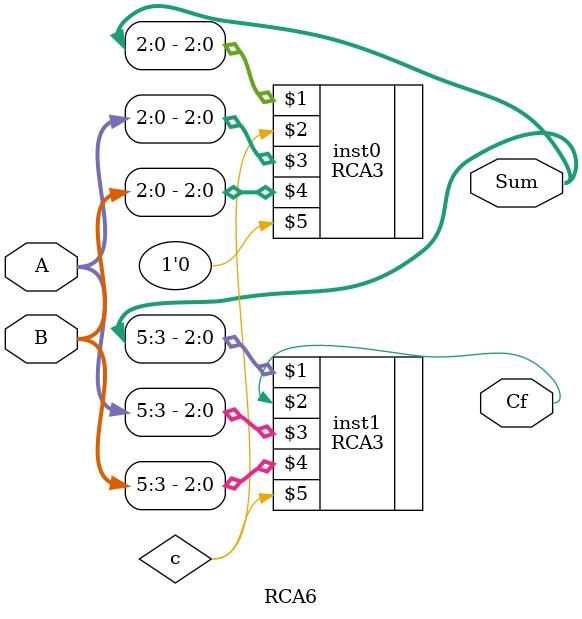
<source format=v>
module RCA6 (Sum, Cf, A, B);

	output [5:0] Sum; output Cf;
	input [5:0] A, B;
	
	wire c; 

	RCA3 inst0 (Sum[2:0], c, A[2:0], B[2:0], 1'b0);
	RCA3 inst1 (Sum[5:3], Cf, A[5:3], B[5:3], c);
	
endmodule
</source>
